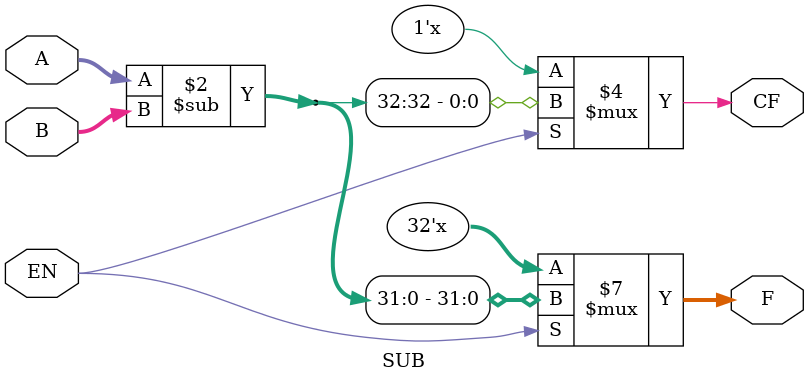
<source format=v>
`timescale 1ns / 1ps


module SUB(F, CF, A, B, EN);
  parameter SIZE = 32;
  output reg [SIZE-1:0] F;
  output reg CF;
  input [SIZE-1:0] A, B;
  input EN;
  
  always @(A, B, EN) begin
    if (EN) begin
    {CF,F} = A -B;
    end
    else begin
      F <= 32'bz;
      CF <= 1'bz;
    end
  end
endmodule


</source>
